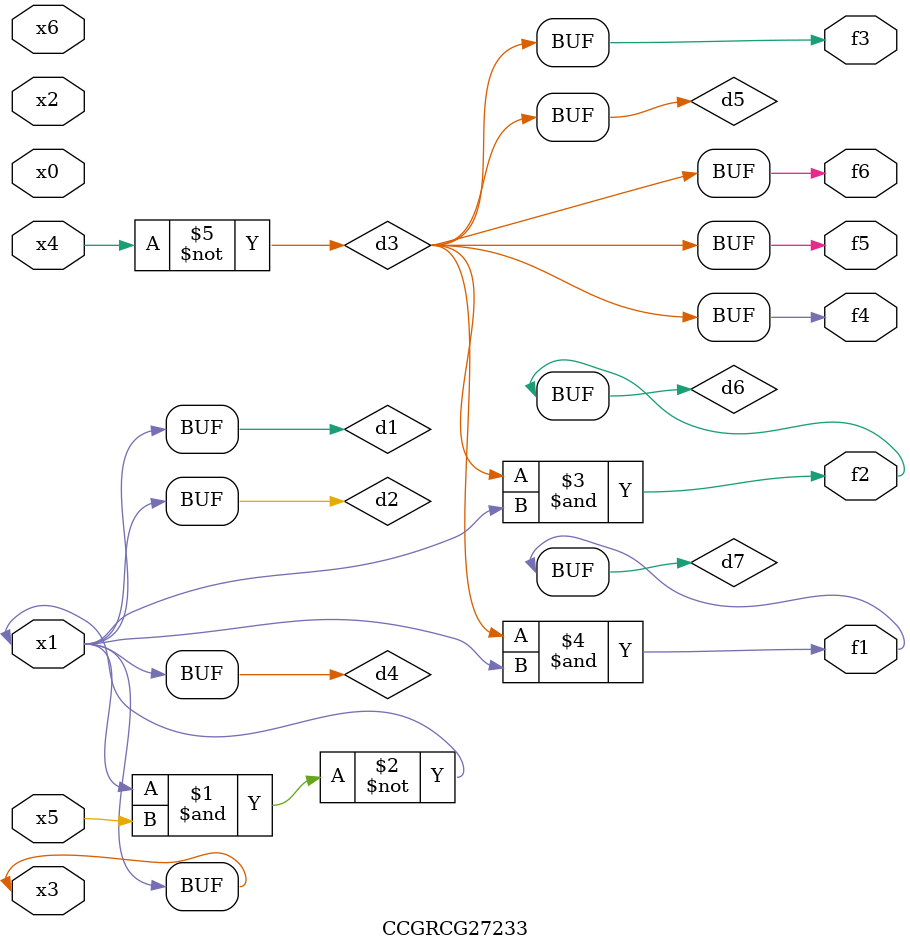
<source format=v>
module CCGRCG27233(
	input x0, x1, x2, x3, x4, x5, x6,
	output f1, f2, f3, f4, f5, f6
);

	wire d1, d2, d3, d4, d5, d6, d7;

	buf (d1, x1, x3);
	nand (d2, x1, x5);
	not (d3, x4);
	buf (d4, d1, d2);
	buf (d5, d3);
	and (d6, d3, d4);
	and (d7, d3, d4);
	assign f1 = d7;
	assign f2 = d6;
	assign f3 = d5;
	assign f4 = d5;
	assign f5 = d5;
	assign f6 = d5;
endmodule

</source>
